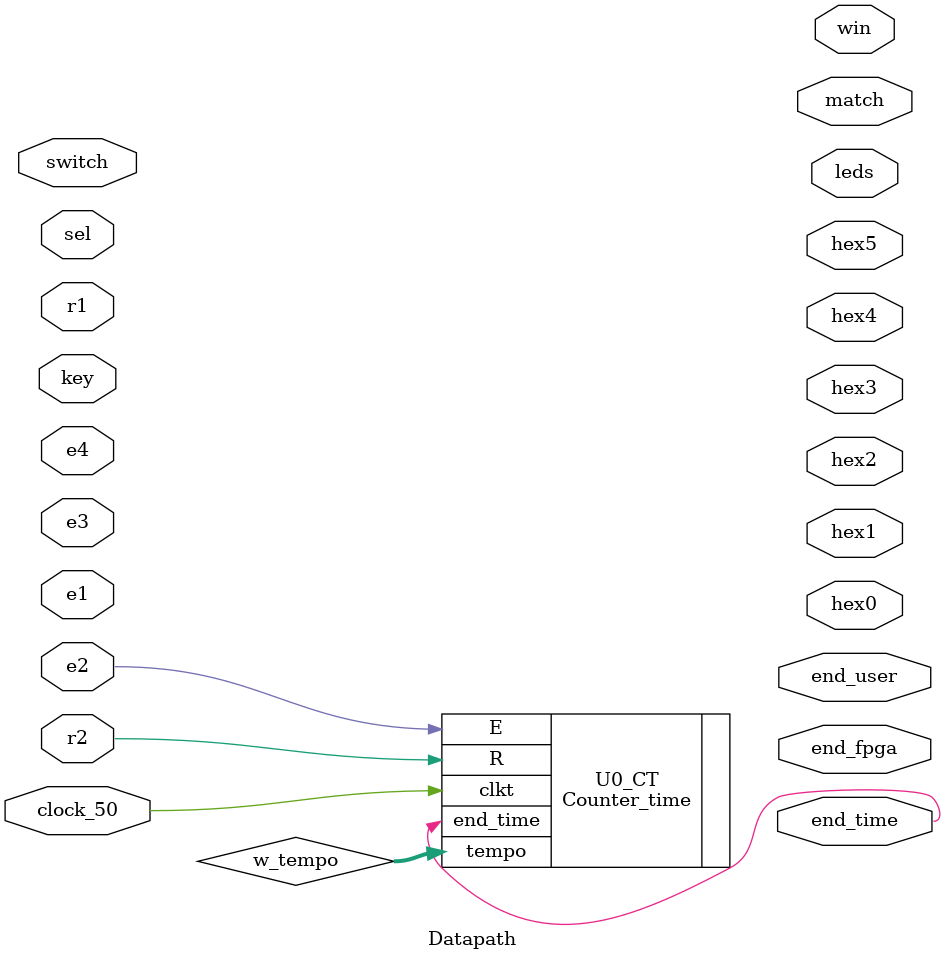
<source format=v>
module Datapath(

	//entrada de dados
	clock_50,
	key,
	switch,
	
	//entrada de comandos
	r1,
	r2,
	e1,
	e2,
	e3,
	e4,
	sel,
	
	// saida de dados
	hex0,
	hex1,
	hex2,
	hex3,
	hex4,
	hex5,
	leds,
	
	// saida de status
	end_fpga,
	end_user,
	end_time,
	win,
	match
);

	localparam p_key = 4;
	localparam p_switch = 8;
	localparam p_hex = 7;
	localparam p_leds = 4;

	// Input Port(s)
	input 								clock_50;
	input wire 	[p_key - 1:0] 		key;
	input wire 	[p_switch - 1:0] 	switch;
	input wire 							r1;
	input wire 							r2;
	input wire 							e1;
	input wire 							e2;
	input wire 							e3;
	input wire 							e4;
	input wire 							sel;
	
	// Output Port(s)
	output wire [p_hex - 1:0] 		hex0;
	output wire [p_hex - 1:0]		hex1;
	output wire [p_hex - 1:0]		hex2;
	output wire [p_hex - 1:0]		hex3;
	output wire [p_hex - 1:0]		hex4;
	output wire [p_hex - 1:0]		hex5;
	output wire [p_leds - 1:0]		leds;
	output wire 						end_fpga;
	output wire 						end_user;
	output wire 						end_time;
	output wire 						win;
	output wire 						match;
	
	wire [3:0] w_tempo;  //maracutaia só pra poder rodar. depois vamos usar o do codificador 7 seg.
	
	Counter_time U0_CT (
		.clkt(clock_50),
		.R(r2),
		.E(e2),
		.tempo(w_tempo),
		.end_time(end_time)
	);

endmodule

</source>
